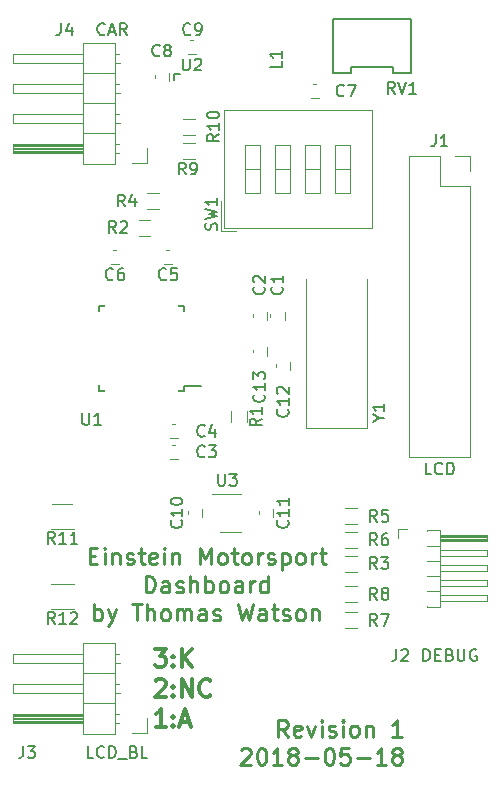
<source format=gto>
G04 #@! TF.FileFunction,Legend,Top*
%FSLAX46Y46*%
G04 Gerber Fmt 4.6, Leading zero omitted, Abs format (unit mm)*
G04 Created by KiCad (PCBNEW 4.0.7) date Saturday, May 19, 2018 'PMt' 08:52:02 PM*
%MOMM*%
%LPD*%
G01*
G04 APERTURE LIST*
%ADD10C,0.100000*%
%ADD11C,0.300000*%
%ADD12C,0.280000*%
%ADD13C,0.150000*%
%ADD14C,0.120000*%
%ADD15O,12.400000X7.900000*%
%ADD16R,1.700000X0.650000*%
%ADD17R,0.650000X1.700000*%
%ADD18R,2.100000X2.100000*%
%ADD19O,2.100000X2.100000*%
%ADD20R,1.150000X1.200000*%
%ADD21R,1.200000X1.150000*%
%ADD22R,1.300000X0.900000*%
%ADD23R,0.900000X1.300000*%
%ADD24R,1.460000X1.050000*%
%ADD25R,2.400000X4.900000*%
%ADD26R,1.300000X2.100000*%
%ADD27C,1.400000*%
%ADD28R,1.400000X1.290000*%
%ADD29R,2.400000X0.730000*%
%ADD30R,0.640000X0.390000*%
%ADD31R,0.980000X2.540000*%
%ADD32C,0.480000*%
%ADD33R,1.400000X1.400000*%
%ADD34O,1.400000X1.400000*%
%ADD35R,2.000000X2.000000*%
%ADD36O,2.000000X2.000000*%
G04 APERTURE END LIST*
D10*
D11*
X235614286Y-108428571D02*
X236542857Y-108428571D01*
X236042857Y-109000000D01*
X236257143Y-109000000D01*
X236400000Y-109071429D01*
X236471429Y-109142857D01*
X236542857Y-109285714D01*
X236542857Y-109642857D01*
X236471429Y-109785714D01*
X236400000Y-109857143D01*
X236257143Y-109928571D01*
X235828571Y-109928571D01*
X235685714Y-109857143D01*
X235614286Y-109785714D01*
X237185714Y-109785714D02*
X237257142Y-109857143D01*
X237185714Y-109928571D01*
X237114285Y-109857143D01*
X237185714Y-109785714D01*
X237185714Y-109928571D01*
X237185714Y-109000000D02*
X237257142Y-109071429D01*
X237185714Y-109142857D01*
X237114285Y-109071429D01*
X237185714Y-109000000D01*
X237185714Y-109142857D01*
X237900000Y-109928571D02*
X237900000Y-108428571D01*
X238757143Y-109928571D02*
X238114286Y-109071429D01*
X238757143Y-108428571D02*
X237900000Y-109285714D01*
X235685714Y-111121429D02*
X235757143Y-111050000D01*
X235900000Y-110978571D01*
X236257143Y-110978571D01*
X236400000Y-111050000D01*
X236471429Y-111121429D01*
X236542857Y-111264286D01*
X236542857Y-111407143D01*
X236471429Y-111621429D01*
X235614286Y-112478571D01*
X236542857Y-112478571D01*
X237185714Y-112335714D02*
X237257142Y-112407143D01*
X237185714Y-112478571D01*
X237114285Y-112407143D01*
X237185714Y-112335714D01*
X237185714Y-112478571D01*
X237185714Y-111550000D02*
X237257142Y-111621429D01*
X237185714Y-111692857D01*
X237114285Y-111621429D01*
X237185714Y-111550000D01*
X237185714Y-111692857D01*
X237900000Y-112478571D02*
X237900000Y-110978571D01*
X238757143Y-112478571D01*
X238757143Y-110978571D01*
X240328572Y-112335714D02*
X240257143Y-112407143D01*
X240042857Y-112478571D01*
X239900000Y-112478571D01*
X239685715Y-112407143D01*
X239542857Y-112264286D01*
X239471429Y-112121429D01*
X239400000Y-111835714D01*
X239400000Y-111621429D01*
X239471429Y-111335714D01*
X239542857Y-111192857D01*
X239685715Y-111050000D01*
X239900000Y-110978571D01*
X240042857Y-110978571D01*
X240257143Y-111050000D01*
X240328572Y-111121429D01*
X236542857Y-115028571D02*
X235685714Y-115028571D01*
X236114286Y-115028571D02*
X236114286Y-113528571D01*
X235971429Y-113742857D01*
X235828571Y-113885714D01*
X235685714Y-113957143D01*
X237185714Y-114885714D02*
X237257142Y-114957143D01*
X237185714Y-115028571D01*
X237114285Y-114957143D01*
X237185714Y-114885714D01*
X237185714Y-115028571D01*
X237185714Y-114100000D02*
X237257142Y-114171429D01*
X237185714Y-114242857D01*
X237114285Y-114171429D01*
X237185714Y-114100000D01*
X237185714Y-114242857D01*
X237828571Y-114600000D02*
X238542857Y-114600000D01*
X237685714Y-115028571D02*
X238185714Y-113528571D01*
X238685714Y-115028571D01*
D12*
X246866665Y-115843333D02*
X246399999Y-115176667D01*
X246066665Y-115843333D02*
X246066665Y-114443333D01*
X246599999Y-114443333D01*
X246733332Y-114510000D01*
X246799999Y-114576667D01*
X246866665Y-114710000D01*
X246866665Y-114910000D01*
X246799999Y-115043333D01*
X246733332Y-115110000D01*
X246599999Y-115176667D01*
X246066665Y-115176667D01*
X247999999Y-115776667D02*
X247866665Y-115843333D01*
X247599999Y-115843333D01*
X247466665Y-115776667D01*
X247399999Y-115643333D01*
X247399999Y-115110000D01*
X247466665Y-114976667D01*
X247599999Y-114910000D01*
X247866665Y-114910000D01*
X247999999Y-114976667D01*
X248066665Y-115110000D01*
X248066665Y-115243333D01*
X247399999Y-115376667D01*
X248533332Y-114910000D02*
X248866665Y-115843333D01*
X249199999Y-114910000D01*
X249733332Y-115843333D02*
X249733332Y-114910000D01*
X249733332Y-114443333D02*
X249666666Y-114510000D01*
X249733332Y-114576667D01*
X249799999Y-114510000D01*
X249733332Y-114443333D01*
X249733332Y-114576667D01*
X250333333Y-115776667D02*
X250466666Y-115843333D01*
X250733333Y-115843333D01*
X250866666Y-115776667D01*
X250933333Y-115643333D01*
X250933333Y-115576667D01*
X250866666Y-115443333D01*
X250733333Y-115376667D01*
X250533333Y-115376667D01*
X250399999Y-115310000D01*
X250333333Y-115176667D01*
X250333333Y-115110000D01*
X250399999Y-114976667D01*
X250533333Y-114910000D01*
X250733333Y-114910000D01*
X250866666Y-114976667D01*
X251533332Y-115843333D02*
X251533332Y-114910000D01*
X251533332Y-114443333D02*
X251466666Y-114510000D01*
X251533332Y-114576667D01*
X251599999Y-114510000D01*
X251533332Y-114443333D01*
X251533332Y-114576667D01*
X252399999Y-115843333D02*
X252266666Y-115776667D01*
X252199999Y-115710000D01*
X252133333Y-115576667D01*
X252133333Y-115176667D01*
X252199999Y-115043333D01*
X252266666Y-114976667D01*
X252399999Y-114910000D01*
X252599999Y-114910000D01*
X252733333Y-114976667D01*
X252799999Y-115043333D01*
X252866666Y-115176667D01*
X252866666Y-115576667D01*
X252799999Y-115710000D01*
X252733333Y-115776667D01*
X252599999Y-115843333D01*
X252399999Y-115843333D01*
X253466666Y-114910000D02*
X253466666Y-115843333D01*
X253466666Y-115043333D02*
X253533333Y-114976667D01*
X253666666Y-114910000D01*
X253866666Y-114910000D01*
X254000000Y-114976667D01*
X254066666Y-115110000D01*
X254066666Y-115843333D01*
X256533334Y-115843333D02*
X255733334Y-115843333D01*
X256133334Y-115843333D02*
X256133334Y-114443333D01*
X256000000Y-114643333D01*
X255866667Y-114776667D01*
X255733334Y-114843333D01*
X242933337Y-116956667D02*
X243000003Y-116890000D01*
X243133337Y-116823333D01*
X243466670Y-116823333D01*
X243600003Y-116890000D01*
X243666670Y-116956667D01*
X243733337Y-117090000D01*
X243733337Y-117223333D01*
X243666670Y-117423333D01*
X242866670Y-118223333D01*
X243733337Y-118223333D01*
X244600003Y-116823333D02*
X244733336Y-116823333D01*
X244866670Y-116890000D01*
X244933336Y-116956667D01*
X245000003Y-117090000D01*
X245066670Y-117356667D01*
X245066670Y-117690000D01*
X245000003Y-117956667D01*
X244933336Y-118090000D01*
X244866670Y-118156667D01*
X244733336Y-118223333D01*
X244600003Y-118223333D01*
X244466670Y-118156667D01*
X244400003Y-118090000D01*
X244333336Y-117956667D01*
X244266670Y-117690000D01*
X244266670Y-117356667D01*
X244333336Y-117090000D01*
X244400003Y-116956667D01*
X244466670Y-116890000D01*
X244600003Y-116823333D01*
X246400003Y-118223333D02*
X245600003Y-118223333D01*
X246000003Y-118223333D02*
X246000003Y-116823333D01*
X245866669Y-117023333D01*
X245733336Y-117156667D01*
X245600003Y-117223333D01*
X247200002Y-117423333D02*
X247066669Y-117356667D01*
X247000002Y-117290000D01*
X246933336Y-117156667D01*
X246933336Y-117090000D01*
X247000002Y-116956667D01*
X247066669Y-116890000D01*
X247200002Y-116823333D01*
X247466669Y-116823333D01*
X247600002Y-116890000D01*
X247666669Y-116956667D01*
X247733336Y-117090000D01*
X247733336Y-117156667D01*
X247666669Y-117290000D01*
X247600002Y-117356667D01*
X247466669Y-117423333D01*
X247200002Y-117423333D01*
X247066669Y-117490000D01*
X247000002Y-117556667D01*
X246933336Y-117690000D01*
X246933336Y-117956667D01*
X247000002Y-118090000D01*
X247066669Y-118156667D01*
X247200002Y-118223333D01*
X247466669Y-118223333D01*
X247600002Y-118156667D01*
X247666669Y-118090000D01*
X247733336Y-117956667D01*
X247733336Y-117690000D01*
X247666669Y-117556667D01*
X247600002Y-117490000D01*
X247466669Y-117423333D01*
X248333335Y-117690000D02*
X249400002Y-117690000D01*
X250333335Y-116823333D02*
X250466668Y-116823333D01*
X250600002Y-116890000D01*
X250666668Y-116956667D01*
X250733335Y-117090000D01*
X250800002Y-117356667D01*
X250800002Y-117690000D01*
X250733335Y-117956667D01*
X250666668Y-118090000D01*
X250600002Y-118156667D01*
X250466668Y-118223333D01*
X250333335Y-118223333D01*
X250200002Y-118156667D01*
X250133335Y-118090000D01*
X250066668Y-117956667D01*
X250000002Y-117690000D01*
X250000002Y-117356667D01*
X250066668Y-117090000D01*
X250133335Y-116956667D01*
X250200002Y-116890000D01*
X250333335Y-116823333D01*
X252066668Y-116823333D02*
X251400001Y-116823333D01*
X251333335Y-117490000D01*
X251400001Y-117423333D01*
X251533335Y-117356667D01*
X251866668Y-117356667D01*
X252000001Y-117423333D01*
X252066668Y-117490000D01*
X252133335Y-117623333D01*
X252133335Y-117956667D01*
X252066668Y-118090000D01*
X252000001Y-118156667D01*
X251866668Y-118223333D01*
X251533335Y-118223333D01*
X251400001Y-118156667D01*
X251333335Y-118090000D01*
X252733334Y-117690000D02*
X253800001Y-117690000D01*
X255200001Y-118223333D02*
X254400001Y-118223333D01*
X254800001Y-118223333D02*
X254800001Y-116823333D01*
X254666667Y-117023333D01*
X254533334Y-117156667D01*
X254400001Y-117223333D01*
X256000000Y-117423333D02*
X255866667Y-117356667D01*
X255800000Y-117290000D01*
X255733334Y-117156667D01*
X255733334Y-117090000D01*
X255800000Y-116956667D01*
X255866667Y-116890000D01*
X256000000Y-116823333D01*
X256266667Y-116823333D01*
X256400000Y-116890000D01*
X256466667Y-116956667D01*
X256533334Y-117090000D01*
X256533334Y-117156667D01*
X256466667Y-117290000D01*
X256400000Y-117356667D01*
X256266667Y-117423333D01*
X256000000Y-117423333D01*
X255866667Y-117490000D01*
X255800000Y-117556667D01*
X255733334Y-117690000D01*
X255733334Y-117956667D01*
X255800000Y-118090000D01*
X255866667Y-118156667D01*
X256000000Y-118223333D01*
X256266667Y-118223333D01*
X256400000Y-118156667D01*
X256466667Y-118090000D01*
X256533334Y-117956667D01*
X256533334Y-117690000D01*
X256466667Y-117556667D01*
X256400000Y-117490000D01*
X256266667Y-117423333D01*
X230099998Y-100520000D02*
X230566665Y-100520000D01*
X230766665Y-101253333D02*
X230099998Y-101253333D01*
X230099998Y-99853333D01*
X230766665Y-99853333D01*
X231366665Y-101253333D02*
X231366665Y-100320000D01*
X231366665Y-99853333D02*
X231299999Y-99920000D01*
X231366665Y-99986667D01*
X231433332Y-99920000D01*
X231366665Y-99853333D01*
X231366665Y-99986667D01*
X232033332Y-100320000D02*
X232033332Y-101253333D01*
X232033332Y-100453333D02*
X232099999Y-100386667D01*
X232233332Y-100320000D01*
X232433332Y-100320000D01*
X232566666Y-100386667D01*
X232633332Y-100520000D01*
X232633332Y-101253333D01*
X233233333Y-101186667D02*
X233366666Y-101253333D01*
X233633333Y-101253333D01*
X233766666Y-101186667D01*
X233833333Y-101053333D01*
X233833333Y-100986667D01*
X233766666Y-100853333D01*
X233633333Y-100786667D01*
X233433333Y-100786667D01*
X233299999Y-100720000D01*
X233233333Y-100586667D01*
X233233333Y-100520000D01*
X233299999Y-100386667D01*
X233433333Y-100320000D01*
X233633333Y-100320000D01*
X233766666Y-100386667D01*
X234233332Y-100320000D02*
X234766666Y-100320000D01*
X234433332Y-99853333D02*
X234433332Y-101053333D01*
X234499999Y-101186667D01*
X234633332Y-101253333D01*
X234766666Y-101253333D01*
X235766666Y-101186667D02*
X235633332Y-101253333D01*
X235366666Y-101253333D01*
X235233332Y-101186667D01*
X235166666Y-101053333D01*
X235166666Y-100520000D01*
X235233332Y-100386667D01*
X235366666Y-100320000D01*
X235633332Y-100320000D01*
X235766666Y-100386667D01*
X235833332Y-100520000D01*
X235833332Y-100653333D01*
X235166666Y-100786667D01*
X236433332Y-101253333D02*
X236433332Y-100320000D01*
X236433332Y-99853333D02*
X236366666Y-99920000D01*
X236433332Y-99986667D01*
X236499999Y-99920000D01*
X236433332Y-99853333D01*
X236433332Y-99986667D01*
X237099999Y-100320000D02*
X237099999Y-101253333D01*
X237099999Y-100453333D02*
X237166666Y-100386667D01*
X237299999Y-100320000D01*
X237499999Y-100320000D01*
X237633333Y-100386667D01*
X237699999Y-100520000D01*
X237699999Y-101253333D01*
X239433333Y-101253333D02*
X239433333Y-99853333D01*
X239900000Y-100853333D01*
X240366667Y-99853333D01*
X240366667Y-101253333D01*
X241233333Y-101253333D02*
X241100000Y-101186667D01*
X241033333Y-101120000D01*
X240966667Y-100986667D01*
X240966667Y-100586667D01*
X241033333Y-100453333D01*
X241100000Y-100386667D01*
X241233333Y-100320000D01*
X241433333Y-100320000D01*
X241566667Y-100386667D01*
X241633333Y-100453333D01*
X241700000Y-100586667D01*
X241700000Y-100986667D01*
X241633333Y-101120000D01*
X241566667Y-101186667D01*
X241433333Y-101253333D01*
X241233333Y-101253333D01*
X242100000Y-100320000D02*
X242633334Y-100320000D01*
X242300000Y-99853333D02*
X242300000Y-101053333D01*
X242366667Y-101186667D01*
X242500000Y-101253333D01*
X242633334Y-101253333D01*
X243300000Y-101253333D02*
X243166667Y-101186667D01*
X243100000Y-101120000D01*
X243033334Y-100986667D01*
X243033334Y-100586667D01*
X243100000Y-100453333D01*
X243166667Y-100386667D01*
X243300000Y-100320000D01*
X243500000Y-100320000D01*
X243633334Y-100386667D01*
X243700000Y-100453333D01*
X243766667Y-100586667D01*
X243766667Y-100986667D01*
X243700000Y-101120000D01*
X243633334Y-101186667D01*
X243500000Y-101253333D01*
X243300000Y-101253333D01*
X244366667Y-101253333D02*
X244366667Y-100320000D01*
X244366667Y-100586667D02*
X244433334Y-100453333D01*
X244500001Y-100386667D01*
X244633334Y-100320000D01*
X244766667Y-100320000D01*
X245166668Y-101186667D02*
X245300001Y-101253333D01*
X245566668Y-101253333D01*
X245700001Y-101186667D01*
X245766668Y-101053333D01*
X245766668Y-100986667D01*
X245700001Y-100853333D01*
X245566668Y-100786667D01*
X245366668Y-100786667D01*
X245233334Y-100720000D01*
X245166668Y-100586667D01*
X245166668Y-100520000D01*
X245233334Y-100386667D01*
X245366668Y-100320000D01*
X245566668Y-100320000D01*
X245700001Y-100386667D01*
X246366667Y-100320000D02*
X246366667Y-101720000D01*
X246366667Y-100386667D02*
X246500001Y-100320000D01*
X246766667Y-100320000D01*
X246900001Y-100386667D01*
X246966667Y-100453333D01*
X247033334Y-100586667D01*
X247033334Y-100986667D01*
X246966667Y-101120000D01*
X246900001Y-101186667D01*
X246766667Y-101253333D01*
X246500001Y-101253333D01*
X246366667Y-101186667D01*
X247833334Y-101253333D02*
X247700001Y-101186667D01*
X247633334Y-101120000D01*
X247566668Y-100986667D01*
X247566668Y-100586667D01*
X247633334Y-100453333D01*
X247700001Y-100386667D01*
X247833334Y-100320000D01*
X248033334Y-100320000D01*
X248166668Y-100386667D01*
X248233334Y-100453333D01*
X248300001Y-100586667D01*
X248300001Y-100986667D01*
X248233334Y-101120000D01*
X248166668Y-101186667D01*
X248033334Y-101253333D01*
X247833334Y-101253333D01*
X248900001Y-101253333D02*
X248900001Y-100320000D01*
X248900001Y-100586667D02*
X248966668Y-100453333D01*
X249033335Y-100386667D01*
X249166668Y-100320000D01*
X249300001Y-100320000D01*
X249566668Y-100320000D02*
X250100002Y-100320000D01*
X249766668Y-99853333D02*
X249766668Y-101053333D01*
X249833335Y-101186667D01*
X249966668Y-101253333D01*
X250100002Y-101253333D01*
X234833332Y-103633333D02*
X234833332Y-102233333D01*
X235166666Y-102233333D01*
X235366666Y-102300000D01*
X235499999Y-102433333D01*
X235566666Y-102566667D01*
X235633332Y-102833333D01*
X235633332Y-103033333D01*
X235566666Y-103300000D01*
X235499999Y-103433333D01*
X235366666Y-103566667D01*
X235166666Y-103633333D01*
X234833332Y-103633333D01*
X236833332Y-103633333D02*
X236833332Y-102900000D01*
X236766666Y-102766667D01*
X236633332Y-102700000D01*
X236366666Y-102700000D01*
X236233332Y-102766667D01*
X236833332Y-103566667D02*
X236699999Y-103633333D01*
X236366666Y-103633333D01*
X236233332Y-103566667D01*
X236166666Y-103433333D01*
X236166666Y-103300000D01*
X236233332Y-103166667D01*
X236366666Y-103100000D01*
X236699999Y-103100000D01*
X236833332Y-103033333D01*
X237433333Y-103566667D02*
X237566666Y-103633333D01*
X237833333Y-103633333D01*
X237966666Y-103566667D01*
X238033333Y-103433333D01*
X238033333Y-103366667D01*
X237966666Y-103233333D01*
X237833333Y-103166667D01*
X237633333Y-103166667D01*
X237499999Y-103100000D01*
X237433333Y-102966667D01*
X237433333Y-102900000D01*
X237499999Y-102766667D01*
X237633333Y-102700000D01*
X237833333Y-102700000D01*
X237966666Y-102766667D01*
X238633332Y-103633333D02*
X238633332Y-102233333D01*
X239233332Y-103633333D02*
X239233332Y-102900000D01*
X239166666Y-102766667D01*
X239033332Y-102700000D01*
X238833332Y-102700000D01*
X238699999Y-102766667D01*
X238633332Y-102833333D01*
X239899999Y-103633333D02*
X239899999Y-102233333D01*
X239899999Y-102766667D02*
X240033333Y-102700000D01*
X240299999Y-102700000D01*
X240433333Y-102766667D01*
X240499999Y-102833333D01*
X240566666Y-102966667D01*
X240566666Y-103366667D01*
X240499999Y-103500000D01*
X240433333Y-103566667D01*
X240299999Y-103633333D01*
X240033333Y-103633333D01*
X239899999Y-103566667D01*
X241366666Y-103633333D02*
X241233333Y-103566667D01*
X241166666Y-103500000D01*
X241100000Y-103366667D01*
X241100000Y-102966667D01*
X241166666Y-102833333D01*
X241233333Y-102766667D01*
X241366666Y-102700000D01*
X241566666Y-102700000D01*
X241700000Y-102766667D01*
X241766666Y-102833333D01*
X241833333Y-102966667D01*
X241833333Y-103366667D01*
X241766666Y-103500000D01*
X241700000Y-103566667D01*
X241566666Y-103633333D01*
X241366666Y-103633333D01*
X243033333Y-103633333D02*
X243033333Y-102900000D01*
X242966667Y-102766667D01*
X242833333Y-102700000D01*
X242566667Y-102700000D01*
X242433333Y-102766667D01*
X243033333Y-103566667D02*
X242900000Y-103633333D01*
X242566667Y-103633333D01*
X242433333Y-103566667D01*
X242366667Y-103433333D01*
X242366667Y-103300000D01*
X242433333Y-103166667D01*
X242566667Y-103100000D01*
X242900000Y-103100000D01*
X243033333Y-103033333D01*
X243700000Y-103633333D02*
X243700000Y-102700000D01*
X243700000Y-102966667D02*
X243766667Y-102833333D01*
X243833334Y-102766667D01*
X243966667Y-102700000D01*
X244100000Y-102700000D01*
X245166667Y-103633333D02*
X245166667Y-102233333D01*
X245166667Y-103566667D02*
X245033334Y-103633333D01*
X244766667Y-103633333D01*
X244633334Y-103566667D01*
X244566667Y-103500000D01*
X244500001Y-103366667D01*
X244500001Y-102966667D01*
X244566667Y-102833333D01*
X244633334Y-102766667D01*
X244766667Y-102700000D01*
X245033334Y-102700000D01*
X245166667Y-102766667D01*
X230499998Y-106013333D02*
X230499998Y-104613333D01*
X230499998Y-105146667D02*
X230633332Y-105080000D01*
X230899998Y-105080000D01*
X231033332Y-105146667D01*
X231099998Y-105213333D01*
X231166665Y-105346667D01*
X231166665Y-105746667D01*
X231099998Y-105880000D01*
X231033332Y-105946667D01*
X230899998Y-106013333D01*
X230633332Y-106013333D01*
X230499998Y-105946667D01*
X231633332Y-105080000D02*
X231966665Y-106013333D01*
X232299999Y-105080000D02*
X231966665Y-106013333D01*
X231833332Y-106346667D01*
X231766665Y-106413333D01*
X231633332Y-106480000D01*
X233699999Y-104613333D02*
X234499999Y-104613333D01*
X234099999Y-106013333D02*
X234099999Y-104613333D01*
X234966666Y-106013333D02*
X234966666Y-104613333D01*
X235566666Y-106013333D02*
X235566666Y-105280000D01*
X235500000Y-105146667D01*
X235366666Y-105080000D01*
X235166666Y-105080000D01*
X235033333Y-105146667D01*
X234966666Y-105213333D01*
X236433333Y-106013333D02*
X236300000Y-105946667D01*
X236233333Y-105880000D01*
X236166667Y-105746667D01*
X236166667Y-105346667D01*
X236233333Y-105213333D01*
X236300000Y-105146667D01*
X236433333Y-105080000D01*
X236633333Y-105080000D01*
X236766667Y-105146667D01*
X236833333Y-105213333D01*
X236900000Y-105346667D01*
X236900000Y-105746667D01*
X236833333Y-105880000D01*
X236766667Y-105946667D01*
X236633333Y-106013333D01*
X236433333Y-106013333D01*
X237500000Y-106013333D02*
X237500000Y-105080000D01*
X237500000Y-105213333D02*
X237566667Y-105146667D01*
X237700000Y-105080000D01*
X237900000Y-105080000D01*
X238033334Y-105146667D01*
X238100000Y-105280000D01*
X238100000Y-106013333D01*
X238100000Y-105280000D02*
X238166667Y-105146667D01*
X238300000Y-105080000D01*
X238500000Y-105080000D01*
X238633334Y-105146667D01*
X238700000Y-105280000D01*
X238700000Y-106013333D01*
X239966667Y-106013333D02*
X239966667Y-105280000D01*
X239900001Y-105146667D01*
X239766667Y-105080000D01*
X239500001Y-105080000D01*
X239366667Y-105146667D01*
X239966667Y-105946667D02*
X239833334Y-106013333D01*
X239500001Y-106013333D01*
X239366667Y-105946667D01*
X239300001Y-105813333D01*
X239300001Y-105680000D01*
X239366667Y-105546667D01*
X239500001Y-105480000D01*
X239833334Y-105480000D01*
X239966667Y-105413333D01*
X240566668Y-105946667D02*
X240700001Y-106013333D01*
X240966668Y-106013333D01*
X241100001Y-105946667D01*
X241166668Y-105813333D01*
X241166668Y-105746667D01*
X241100001Y-105613333D01*
X240966668Y-105546667D01*
X240766668Y-105546667D01*
X240633334Y-105480000D01*
X240566668Y-105346667D01*
X240566668Y-105280000D01*
X240633334Y-105146667D01*
X240766668Y-105080000D01*
X240966668Y-105080000D01*
X241100001Y-105146667D01*
X242700001Y-104613333D02*
X243033334Y-106013333D01*
X243300001Y-105013333D01*
X243566668Y-106013333D01*
X243900001Y-104613333D01*
X245033334Y-106013333D02*
X245033334Y-105280000D01*
X244966668Y-105146667D01*
X244833334Y-105080000D01*
X244566668Y-105080000D01*
X244433334Y-105146667D01*
X245033334Y-105946667D02*
X244900001Y-106013333D01*
X244566668Y-106013333D01*
X244433334Y-105946667D01*
X244366668Y-105813333D01*
X244366668Y-105680000D01*
X244433334Y-105546667D01*
X244566668Y-105480000D01*
X244900001Y-105480000D01*
X245033334Y-105413333D01*
X245500001Y-105080000D02*
X246033335Y-105080000D01*
X245700001Y-104613333D02*
X245700001Y-105813333D01*
X245766668Y-105946667D01*
X245900001Y-106013333D01*
X246033335Y-106013333D01*
X246433335Y-105946667D02*
X246566668Y-106013333D01*
X246833335Y-106013333D01*
X246966668Y-105946667D01*
X247033335Y-105813333D01*
X247033335Y-105746667D01*
X246966668Y-105613333D01*
X246833335Y-105546667D01*
X246633335Y-105546667D01*
X246500001Y-105480000D01*
X246433335Y-105346667D01*
X246433335Y-105280000D01*
X246500001Y-105146667D01*
X246633335Y-105080000D01*
X246833335Y-105080000D01*
X246966668Y-105146667D01*
X247833334Y-106013333D02*
X247700001Y-105946667D01*
X247633334Y-105880000D01*
X247566668Y-105746667D01*
X247566668Y-105346667D01*
X247633334Y-105213333D01*
X247700001Y-105146667D01*
X247833334Y-105080000D01*
X248033334Y-105080000D01*
X248166668Y-105146667D01*
X248233334Y-105213333D01*
X248300001Y-105346667D01*
X248300001Y-105746667D01*
X248233334Y-105880000D01*
X248166668Y-105946667D01*
X248033334Y-106013333D01*
X247833334Y-106013333D01*
X248900001Y-105080000D02*
X248900001Y-106013333D01*
X248900001Y-105213333D02*
X248966668Y-105146667D01*
X249100001Y-105080000D01*
X249300001Y-105080000D01*
X249433335Y-105146667D01*
X249500001Y-105280000D01*
X249500001Y-106013333D01*
D13*
X238125000Y-86625000D02*
X238125000Y-86175000D01*
X230875000Y-86625000D02*
X230875000Y-86100000D01*
X230875000Y-79375000D02*
X230875000Y-79900000D01*
X238125000Y-79375000D02*
X238125000Y-79900000D01*
X238125000Y-86625000D02*
X237600000Y-86625000D01*
X238125000Y-79375000D02*
X237600000Y-79375000D01*
X230875000Y-79375000D02*
X231400000Y-79375000D01*
X230875000Y-86625000D02*
X231400000Y-86625000D01*
X238125000Y-86175000D02*
X239500000Y-86175000D01*
D14*
X262330000Y-69270000D02*
X262330000Y-92190000D01*
X262330000Y-92190000D02*
X257130000Y-92190000D01*
X257130000Y-92190000D02*
X257130000Y-66670000D01*
X257130000Y-66670000D02*
X259730000Y-66670000D01*
X259730000Y-66670000D02*
X259730000Y-69270000D01*
X259730000Y-69270000D02*
X262330000Y-69270000D01*
X262330000Y-68000000D02*
X262330000Y-66670000D01*
X262330000Y-66670000D02*
X261060000Y-66670000D01*
X246600000Y-79900000D02*
X246600000Y-80600000D01*
X245400000Y-80600000D02*
X245400000Y-79900000D01*
X245100000Y-79900000D02*
X245100000Y-80600000D01*
X243900000Y-80600000D02*
X243900000Y-79900000D01*
X237600000Y-92350000D02*
X236900000Y-92350000D01*
X236900000Y-91150000D02*
X237600000Y-91150000D01*
X237600000Y-90600000D02*
X236900000Y-90600000D01*
X236900000Y-89400000D02*
X237600000Y-89400000D01*
X237100000Y-75850000D02*
X236400000Y-75850000D01*
X236400000Y-74650000D02*
X237100000Y-74650000D01*
X231900000Y-74650000D02*
X232600000Y-74650000D01*
X232600000Y-75850000D02*
X231900000Y-75850000D01*
X249550000Y-61800000D02*
X248850000Y-61800000D01*
X248850000Y-60600000D02*
X249550000Y-60600000D01*
X236800000Y-59650000D02*
X236800000Y-60350000D01*
X235600000Y-60350000D02*
X235600000Y-59650000D01*
X238400000Y-56850000D02*
X239100000Y-56850000D01*
X239100000Y-58050000D02*
X238400000Y-58050000D01*
X238400000Y-97250000D02*
X238400000Y-96550000D01*
X239600000Y-96550000D02*
X239600000Y-97250000D01*
X244400000Y-97250000D02*
X244400000Y-96550000D01*
X245600000Y-96550000D02*
X245600000Y-97250000D01*
X247100000Y-84150000D02*
X247100000Y-84850000D01*
X245900000Y-84850000D02*
X245900000Y-84150000D01*
X245100000Y-82900000D02*
X245100000Y-83600000D01*
X243900000Y-83600000D02*
X243900000Y-82900000D01*
X242070000Y-89250000D02*
X242070000Y-88250000D01*
X243430000Y-88250000D02*
X243430000Y-89250000D01*
X234250000Y-72070000D02*
X235250000Y-72070000D01*
X235250000Y-73430000D02*
X234250000Y-73430000D01*
X252700000Y-101880000D02*
X251700000Y-101880000D01*
X251700000Y-100520000D02*
X252700000Y-100520000D01*
X235000000Y-69820000D02*
X236000000Y-69820000D01*
X236000000Y-71180000D02*
X235000000Y-71180000D01*
X251700000Y-96520000D02*
X252700000Y-96520000D01*
X252700000Y-97880000D02*
X251700000Y-97880000D01*
X252700000Y-99880000D02*
X251700000Y-99880000D01*
X251700000Y-98520000D02*
X252700000Y-98520000D01*
X252700000Y-106680000D02*
X251700000Y-106680000D01*
X251700000Y-105320000D02*
X252700000Y-105320000D01*
X252700000Y-104480000D02*
X251700000Y-104480000D01*
X251700000Y-103120000D02*
X252700000Y-103120000D01*
X238000000Y-65570000D02*
X239000000Y-65570000D01*
X239000000Y-66930000D02*
X238000000Y-66930000D01*
X239000000Y-64930000D02*
X238000000Y-64930000D01*
X238000000Y-63570000D02*
X239000000Y-63570000D01*
X241100000Y-98510000D02*
X242900000Y-98510000D01*
X242900000Y-95290000D02*
X240450000Y-95290000D01*
X248450000Y-77100000D02*
X248450000Y-89700000D01*
X248450000Y-89700000D02*
X253550000Y-89700000D01*
X253550000Y-89700000D02*
X253550000Y-77100000D01*
X226800000Y-96130000D02*
X228800000Y-96130000D01*
X228800000Y-98270000D02*
X226800000Y-98270000D01*
X232240000Y-115630000D02*
X232240000Y-107890000D01*
X232240000Y-107890000D02*
X229580000Y-107890000D01*
X229580000Y-107890000D02*
X229580000Y-115630000D01*
X229580000Y-115630000D02*
X232240000Y-115630000D01*
X229580000Y-114680000D02*
X223580000Y-114680000D01*
X223580000Y-114680000D02*
X223580000Y-113920000D01*
X223580000Y-113920000D02*
X229580000Y-113920000D01*
X229580000Y-114620000D02*
X223580000Y-114620000D01*
X229580000Y-114500000D02*
X223580000Y-114500000D01*
X229580000Y-114380000D02*
X223580000Y-114380000D01*
X229580000Y-114260000D02*
X223580000Y-114260000D01*
X229580000Y-114140000D02*
X223580000Y-114140000D01*
X229580000Y-114020000D02*
X223580000Y-114020000D01*
X232570000Y-114680000D02*
X232240000Y-114680000D01*
X232570000Y-113920000D02*
X232240000Y-113920000D01*
X232240000Y-113030000D02*
X229580000Y-113030000D01*
X229580000Y-112140000D02*
X223580000Y-112140000D01*
X223580000Y-112140000D02*
X223580000Y-111380000D01*
X223580000Y-111380000D02*
X229580000Y-111380000D01*
X232637071Y-112140000D02*
X232240000Y-112140000D01*
X232637071Y-111380000D02*
X232240000Y-111380000D01*
X232240000Y-110490000D02*
X229580000Y-110490000D01*
X229580000Y-109600000D02*
X223580000Y-109600000D01*
X223580000Y-109600000D02*
X223580000Y-108840000D01*
X223580000Y-108840000D02*
X229580000Y-108840000D01*
X232637071Y-109600000D02*
X232240000Y-109600000D01*
X232637071Y-108840000D02*
X232240000Y-108840000D01*
X234950000Y-114300000D02*
X234950000Y-115570000D01*
X234950000Y-115570000D02*
X233680000Y-115570000D01*
X226800000Y-102930000D02*
X228800000Y-102930000D01*
X228800000Y-105070000D02*
X226800000Y-105070000D01*
D13*
X250698000Y-55118000D02*
X250698000Y-58420000D01*
X257302000Y-55118000D02*
X250698000Y-55118000D01*
X257302000Y-59690000D02*
X257302000Y-55118000D01*
X255778000Y-59690000D02*
X257302000Y-59690000D01*
X255778000Y-59182000D02*
X255778000Y-59690000D01*
X252222000Y-59182000D02*
X255778000Y-59182000D01*
X252222000Y-59690000D02*
X252222000Y-59182000D01*
X250698000Y-59690000D02*
X252222000Y-59690000D01*
X250698000Y-58420000D02*
X250698000Y-59690000D01*
X237250000Y-59750000D02*
X237750000Y-59750000D01*
X237250000Y-60250000D02*
X237250000Y-59750000D01*
D14*
X258640000Y-98440323D02*
X258640000Y-98365000D01*
X258640000Y-98365000D02*
X259760000Y-98365000D01*
X259760000Y-98365000D02*
X259760000Y-104835000D01*
X259760000Y-104835000D02*
X258640000Y-104835000D01*
X258640000Y-104835000D02*
X258640000Y-104759677D01*
X259760000Y-98800000D02*
X263760000Y-98800000D01*
X263760000Y-98800000D02*
X263760000Y-99320000D01*
X263760000Y-99320000D02*
X259760000Y-99320000D01*
X259760000Y-98860000D02*
X263760000Y-98860000D01*
X259760000Y-98980000D02*
X263760000Y-98980000D01*
X259760000Y-99100000D02*
X263760000Y-99100000D01*
X259760000Y-99220000D02*
X263760000Y-99220000D01*
X258640000Y-99695000D02*
X259760000Y-99695000D01*
X258640000Y-99679677D02*
X258640000Y-99710323D01*
X259760000Y-100070000D02*
X263760000Y-100070000D01*
X263760000Y-100070000D02*
X263760000Y-100590000D01*
X263760000Y-100590000D02*
X259760000Y-100590000D01*
X258640000Y-100965000D02*
X259760000Y-100965000D01*
X258640000Y-100949677D02*
X258640000Y-100980323D01*
X259760000Y-101340000D02*
X263760000Y-101340000D01*
X263760000Y-101340000D02*
X263760000Y-101860000D01*
X263760000Y-101860000D02*
X259760000Y-101860000D01*
X258640000Y-102235000D02*
X259760000Y-102235000D01*
X258640000Y-102219677D02*
X258640000Y-102250323D01*
X259760000Y-102610000D02*
X263760000Y-102610000D01*
X263760000Y-102610000D02*
X263760000Y-103130000D01*
X263760000Y-103130000D02*
X259760000Y-103130000D01*
X258640000Y-103505000D02*
X259760000Y-103505000D01*
X258640000Y-103489677D02*
X258640000Y-103520323D01*
X259760000Y-103880000D02*
X263760000Y-103880000D01*
X263760000Y-103880000D02*
X263760000Y-104400000D01*
X263760000Y-104400000D02*
X259760000Y-104400000D01*
X256170000Y-99060000D02*
X256170000Y-98300000D01*
X256170000Y-98300000D02*
X256930000Y-98300000D01*
X232240000Y-67370000D02*
X232240000Y-57090000D01*
X232240000Y-57090000D02*
X229580000Y-57090000D01*
X229580000Y-57090000D02*
X229580000Y-67370000D01*
X229580000Y-67370000D02*
X232240000Y-67370000D01*
X229580000Y-66420000D02*
X223580000Y-66420000D01*
X223580000Y-66420000D02*
X223580000Y-65660000D01*
X223580000Y-65660000D02*
X229580000Y-65660000D01*
X229580000Y-66360000D02*
X223580000Y-66360000D01*
X229580000Y-66240000D02*
X223580000Y-66240000D01*
X229580000Y-66120000D02*
X223580000Y-66120000D01*
X229580000Y-66000000D02*
X223580000Y-66000000D01*
X229580000Y-65880000D02*
X223580000Y-65880000D01*
X229580000Y-65760000D02*
X223580000Y-65760000D01*
X232570000Y-66420000D02*
X232240000Y-66420000D01*
X232570000Y-65660000D02*
X232240000Y-65660000D01*
X232240000Y-64770000D02*
X229580000Y-64770000D01*
X229580000Y-63880000D02*
X223580000Y-63880000D01*
X223580000Y-63880000D02*
X223580000Y-63120000D01*
X223580000Y-63120000D02*
X229580000Y-63120000D01*
X232637071Y-63880000D02*
X232240000Y-63880000D01*
X232637071Y-63120000D02*
X232240000Y-63120000D01*
X232240000Y-62230000D02*
X229580000Y-62230000D01*
X229580000Y-61340000D02*
X223580000Y-61340000D01*
X223580000Y-61340000D02*
X223580000Y-60580000D01*
X223580000Y-60580000D02*
X229580000Y-60580000D01*
X232637071Y-61340000D02*
X232240000Y-61340000D01*
X232637071Y-60580000D02*
X232240000Y-60580000D01*
X232240000Y-59690000D02*
X229580000Y-59690000D01*
X229580000Y-58800000D02*
X223580000Y-58800000D01*
X223580000Y-58800000D02*
X223580000Y-58040000D01*
X223580000Y-58040000D02*
X229580000Y-58040000D01*
X232637071Y-58800000D02*
X232240000Y-58800000D01*
X232637071Y-58040000D02*
X232240000Y-58040000D01*
X234950000Y-66040000D02*
X234950000Y-67310000D01*
X234950000Y-67310000D02*
X233680000Y-67310000D01*
X241240000Y-73020000D02*
X242510000Y-73020000D01*
X241240000Y-73020000D02*
X241240000Y-70480000D01*
X241440000Y-72820000D02*
X241440000Y-62800000D01*
X241440000Y-62800000D02*
X254020000Y-62800000D01*
X254020000Y-62800000D02*
X254020000Y-72820000D01*
X254020000Y-72820000D02*
X241440000Y-72820000D01*
X243285000Y-69840000D02*
X244555000Y-69840000D01*
X244555000Y-69840000D02*
X244555000Y-65780000D01*
X244555000Y-65780000D02*
X243285000Y-65780000D01*
X243285000Y-65780000D02*
X243285000Y-69840000D01*
X243285000Y-67810000D02*
X244555000Y-67810000D01*
X245825000Y-69840000D02*
X247095000Y-69840000D01*
X247095000Y-69840000D02*
X247095000Y-65780000D01*
X247095000Y-65780000D02*
X245825000Y-65780000D01*
X245825000Y-65780000D02*
X245825000Y-69840000D01*
X245825000Y-67810000D02*
X247095000Y-67810000D01*
X248365000Y-69840000D02*
X249635000Y-69840000D01*
X249635000Y-69840000D02*
X249635000Y-65780000D01*
X249635000Y-65780000D02*
X248365000Y-65780000D01*
X248365000Y-65780000D02*
X248365000Y-69840000D01*
X248365000Y-67810000D02*
X249635000Y-67810000D01*
X250905000Y-69840000D02*
X252175000Y-69840000D01*
X252175000Y-69840000D02*
X252175000Y-65780000D01*
X252175000Y-65780000D02*
X250905000Y-65780000D01*
X250905000Y-65780000D02*
X250905000Y-69840000D01*
X250905000Y-67810000D02*
X252175000Y-67810000D01*
D13*
X229488095Y-88452381D02*
X229488095Y-89261905D01*
X229535714Y-89357143D01*
X229583333Y-89404762D01*
X229678571Y-89452381D01*
X229869048Y-89452381D01*
X229964286Y-89404762D01*
X230011905Y-89357143D01*
X230059524Y-89261905D01*
X230059524Y-88452381D01*
X231059524Y-89452381D02*
X230488095Y-89452381D01*
X230773809Y-89452381D02*
X230773809Y-88452381D01*
X230678571Y-88595238D01*
X230583333Y-88690476D01*
X230488095Y-88738095D01*
X259396667Y-64852381D02*
X259396667Y-65566667D01*
X259349047Y-65709524D01*
X259253809Y-65804762D01*
X259110952Y-65852381D01*
X259015714Y-65852381D01*
X260396667Y-65852381D02*
X259825238Y-65852381D01*
X260110952Y-65852381D02*
X260110952Y-64852381D01*
X260015714Y-64995238D01*
X259920476Y-65090476D01*
X259825238Y-65138095D01*
X259039524Y-93642381D02*
X258563333Y-93642381D01*
X258563333Y-92642381D01*
X259944286Y-93547143D02*
X259896667Y-93594762D01*
X259753810Y-93642381D01*
X259658572Y-93642381D01*
X259515714Y-93594762D01*
X259420476Y-93499524D01*
X259372857Y-93404286D01*
X259325238Y-93213810D01*
X259325238Y-93070952D01*
X259372857Y-92880476D01*
X259420476Y-92785238D01*
X259515714Y-92690000D01*
X259658572Y-92642381D01*
X259753810Y-92642381D01*
X259896667Y-92690000D01*
X259944286Y-92737619D01*
X260372857Y-93642381D02*
X260372857Y-92642381D01*
X260610952Y-92642381D01*
X260753810Y-92690000D01*
X260849048Y-92785238D01*
X260896667Y-92880476D01*
X260944286Y-93070952D01*
X260944286Y-93213810D01*
X260896667Y-93404286D01*
X260849048Y-93499524D01*
X260753810Y-93594762D01*
X260610952Y-93642381D01*
X260372857Y-93642381D01*
X246357143Y-77766666D02*
X246404762Y-77814285D01*
X246452381Y-77957142D01*
X246452381Y-78052380D01*
X246404762Y-78195238D01*
X246309524Y-78290476D01*
X246214286Y-78338095D01*
X246023810Y-78385714D01*
X245880952Y-78385714D01*
X245690476Y-78338095D01*
X245595238Y-78290476D01*
X245500000Y-78195238D01*
X245452381Y-78052380D01*
X245452381Y-77957142D01*
X245500000Y-77814285D01*
X245547619Y-77766666D01*
X246452381Y-76814285D02*
X246452381Y-77385714D01*
X246452381Y-77100000D02*
X245452381Y-77100000D01*
X245595238Y-77195238D01*
X245690476Y-77290476D01*
X245738095Y-77385714D01*
X244857143Y-77766666D02*
X244904762Y-77814285D01*
X244952381Y-77957142D01*
X244952381Y-78052380D01*
X244904762Y-78195238D01*
X244809524Y-78290476D01*
X244714286Y-78338095D01*
X244523810Y-78385714D01*
X244380952Y-78385714D01*
X244190476Y-78338095D01*
X244095238Y-78290476D01*
X244000000Y-78195238D01*
X243952381Y-78052380D01*
X243952381Y-77957142D01*
X244000000Y-77814285D01*
X244047619Y-77766666D01*
X244047619Y-77385714D02*
X244000000Y-77338095D01*
X243952381Y-77242857D01*
X243952381Y-77004761D01*
X244000000Y-76909523D01*
X244047619Y-76861904D01*
X244142857Y-76814285D01*
X244238095Y-76814285D01*
X244380952Y-76861904D01*
X244952381Y-77433333D01*
X244952381Y-76814285D01*
X239833334Y-92107143D02*
X239785715Y-92154762D01*
X239642858Y-92202381D01*
X239547620Y-92202381D01*
X239404762Y-92154762D01*
X239309524Y-92059524D01*
X239261905Y-91964286D01*
X239214286Y-91773810D01*
X239214286Y-91630952D01*
X239261905Y-91440476D01*
X239309524Y-91345238D01*
X239404762Y-91250000D01*
X239547620Y-91202381D01*
X239642858Y-91202381D01*
X239785715Y-91250000D01*
X239833334Y-91297619D01*
X240166667Y-91202381D02*
X240785715Y-91202381D01*
X240452381Y-91583333D01*
X240595239Y-91583333D01*
X240690477Y-91630952D01*
X240738096Y-91678571D01*
X240785715Y-91773810D01*
X240785715Y-92011905D01*
X240738096Y-92107143D01*
X240690477Y-92154762D01*
X240595239Y-92202381D01*
X240309524Y-92202381D01*
X240214286Y-92154762D01*
X240166667Y-92107143D01*
X239833334Y-90357143D02*
X239785715Y-90404762D01*
X239642858Y-90452381D01*
X239547620Y-90452381D01*
X239404762Y-90404762D01*
X239309524Y-90309524D01*
X239261905Y-90214286D01*
X239214286Y-90023810D01*
X239214286Y-89880952D01*
X239261905Y-89690476D01*
X239309524Y-89595238D01*
X239404762Y-89500000D01*
X239547620Y-89452381D01*
X239642858Y-89452381D01*
X239785715Y-89500000D01*
X239833334Y-89547619D01*
X240690477Y-89785714D02*
X240690477Y-90452381D01*
X240452381Y-89404762D02*
X240214286Y-90119048D01*
X240833334Y-90119048D01*
X236583334Y-77107143D02*
X236535715Y-77154762D01*
X236392858Y-77202381D01*
X236297620Y-77202381D01*
X236154762Y-77154762D01*
X236059524Y-77059524D01*
X236011905Y-76964286D01*
X235964286Y-76773810D01*
X235964286Y-76630952D01*
X236011905Y-76440476D01*
X236059524Y-76345238D01*
X236154762Y-76250000D01*
X236297620Y-76202381D01*
X236392858Y-76202381D01*
X236535715Y-76250000D01*
X236583334Y-76297619D01*
X237488096Y-76202381D02*
X237011905Y-76202381D01*
X236964286Y-76678571D01*
X237011905Y-76630952D01*
X237107143Y-76583333D01*
X237345239Y-76583333D01*
X237440477Y-76630952D01*
X237488096Y-76678571D01*
X237535715Y-76773810D01*
X237535715Y-77011905D01*
X237488096Y-77107143D01*
X237440477Y-77154762D01*
X237345239Y-77202381D01*
X237107143Y-77202381D01*
X237011905Y-77154762D01*
X236964286Y-77107143D01*
X232083334Y-77107143D02*
X232035715Y-77154762D01*
X231892858Y-77202381D01*
X231797620Y-77202381D01*
X231654762Y-77154762D01*
X231559524Y-77059524D01*
X231511905Y-76964286D01*
X231464286Y-76773810D01*
X231464286Y-76630952D01*
X231511905Y-76440476D01*
X231559524Y-76345238D01*
X231654762Y-76250000D01*
X231797620Y-76202381D01*
X231892858Y-76202381D01*
X232035715Y-76250000D01*
X232083334Y-76297619D01*
X232940477Y-76202381D02*
X232750000Y-76202381D01*
X232654762Y-76250000D01*
X232607143Y-76297619D01*
X232511905Y-76440476D01*
X232464286Y-76630952D01*
X232464286Y-77011905D01*
X232511905Y-77107143D01*
X232559524Y-77154762D01*
X232654762Y-77202381D01*
X232845239Y-77202381D01*
X232940477Y-77154762D01*
X232988096Y-77107143D01*
X233035715Y-77011905D01*
X233035715Y-76773810D01*
X232988096Y-76678571D01*
X232940477Y-76630952D01*
X232845239Y-76583333D01*
X232654762Y-76583333D01*
X232559524Y-76630952D01*
X232511905Y-76678571D01*
X232464286Y-76773810D01*
X251633334Y-61557143D02*
X251585715Y-61604762D01*
X251442858Y-61652381D01*
X251347620Y-61652381D01*
X251204762Y-61604762D01*
X251109524Y-61509524D01*
X251061905Y-61414286D01*
X251014286Y-61223810D01*
X251014286Y-61080952D01*
X251061905Y-60890476D01*
X251109524Y-60795238D01*
X251204762Y-60700000D01*
X251347620Y-60652381D01*
X251442858Y-60652381D01*
X251585715Y-60700000D01*
X251633334Y-60747619D01*
X251966667Y-60652381D02*
X252633334Y-60652381D01*
X252204762Y-61652381D01*
X236033334Y-58157143D02*
X235985715Y-58204762D01*
X235842858Y-58252381D01*
X235747620Y-58252381D01*
X235604762Y-58204762D01*
X235509524Y-58109524D01*
X235461905Y-58014286D01*
X235414286Y-57823810D01*
X235414286Y-57680952D01*
X235461905Y-57490476D01*
X235509524Y-57395238D01*
X235604762Y-57300000D01*
X235747620Y-57252381D01*
X235842858Y-57252381D01*
X235985715Y-57300000D01*
X236033334Y-57347619D01*
X236604762Y-57680952D02*
X236509524Y-57633333D01*
X236461905Y-57585714D01*
X236414286Y-57490476D01*
X236414286Y-57442857D01*
X236461905Y-57347619D01*
X236509524Y-57300000D01*
X236604762Y-57252381D01*
X236795239Y-57252381D01*
X236890477Y-57300000D01*
X236938096Y-57347619D01*
X236985715Y-57442857D01*
X236985715Y-57490476D01*
X236938096Y-57585714D01*
X236890477Y-57633333D01*
X236795239Y-57680952D01*
X236604762Y-57680952D01*
X236509524Y-57728571D01*
X236461905Y-57776190D01*
X236414286Y-57871429D01*
X236414286Y-58061905D01*
X236461905Y-58157143D01*
X236509524Y-58204762D01*
X236604762Y-58252381D01*
X236795239Y-58252381D01*
X236890477Y-58204762D01*
X236938096Y-58157143D01*
X236985715Y-58061905D01*
X236985715Y-57871429D01*
X236938096Y-57776190D01*
X236890477Y-57728571D01*
X236795239Y-57680952D01*
X238633334Y-56357143D02*
X238585715Y-56404762D01*
X238442858Y-56452381D01*
X238347620Y-56452381D01*
X238204762Y-56404762D01*
X238109524Y-56309524D01*
X238061905Y-56214286D01*
X238014286Y-56023810D01*
X238014286Y-55880952D01*
X238061905Y-55690476D01*
X238109524Y-55595238D01*
X238204762Y-55500000D01*
X238347620Y-55452381D01*
X238442858Y-55452381D01*
X238585715Y-55500000D01*
X238633334Y-55547619D01*
X239109524Y-56452381D02*
X239300000Y-56452381D01*
X239395239Y-56404762D01*
X239442858Y-56357143D01*
X239538096Y-56214286D01*
X239585715Y-56023810D01*
X239585715Y-55642857D01*
X239538096Y-55547619D01*
X239490477Y-55500000D01*
X239395239Y-55452381D01*
X239204762Y-55452381D01*
X239109524Y-55500000D01*
X239061905Y-55547619D01*
X239014286Y-55642857D01*
X239014286Y-55880952D01*
X239061905Y-55976190D01*
X239109524Y-56023810D01*
X239204762Y-56071429D01*
X239395239Y-56071429D01*
X239490477Y-56023810D01*
X239538096Y-55976190D01*
X239585715Y-55880952D01*
X237857143Y-97542857D02*
X237904762Y-97590476D01*
X237952381Y-97733333D01*
X237952381Y-97828571D01*
X237904762Y-97971429D01*
X237809524Y-98066667D01*
X237714286Y-98114286D01*
X237523810Y-98161905D01*
X237380952Y-98161905D01*
X237190476Y-98114286D01*
X237095238Y-98066667D01*
X237000000Y-97971429D01*
X236952381Y-97828571D01*
X236952381Y-97733333D01*
X237000000Y-97590476D01*
X237047619Y-97542857D01*
X237952381Y-96590476D02*
X237952381Y-97161905D01*
X237952381Y-96876191D02*
X236952381Y-96876191D01*
X237095238Y-96971429D01*
X237190476Y-97066667D01*
X237238095Y-97161905D01*
X236952381Y-95971429D02*
X236952381Y-95876190D01*
X237000000Y-95780952D01*
X237047619Y-95733333D01*
X237142857Y-95685714D01*
X237333333Y-95638095D01*
X237571429Y-95638095D01*
X237761905Y-95685714D01*
X237857143Y-95733333D01*
X237904762Y-95780952D01*
X237952381Y-95876190D01*
X237952381Y-95971429D01*
X237904762Y-96066667D01*
X237857143Y-96114286D01*
X237761905Y-96161905D01*
X237571429Y-96209524D01*
X237333333Y-96209524D01*
X237142857Y-96161905D01*
X237047619Y-96114286D01*
X237000000Y-96066667D01*
X236952381Y-95971429D01*
X246857143Y-97542857D02*
X246904762Y-97590476D01*
X246952381Y-97733333D01*
X246952381Y-97828571D01*
X246904762Y-97971429D01*
X246809524Y-98066667D01*
X246714286Y-98114286D01*
X246523810Y-98161905D01*
X246380952Y-98161905D01*
X246190476Y-98114286D01*
X246095238Y-98066667D01*
X246000000Y-97971429D01*
X245952381Y-97828571D01*
X245952381Y-97733333D01*
X246000000Y-97590476D01*
X246047619Y-97542857D01*
X246952381Y-96590476D02*
X246952381Y-97161905D01*
X246952381Y-96876191D02*
X245952381Y-96876191D01*
X246095238Y-96971429D01*
X246190476Y-97066667D01*
X246238095Y-97161905D01*
X246952381Y-95638095D02*
X246952381Y-96209524D01*
X246952381Y-95923810D02*
X245952381Y-95923810D01*
X246095238Y-96019048D01*
X246190476Y-96114286D01*
X246238095Y-96209524D01*
X246857143Y-88142857D02*
X246904762Y-88190476D01*
X246952381Y-88333333D01*
X246952381Y-88428571D01*
X246904762Y-88571429D01*
X246809524Y-88666667D01*
X246714286Y-88714286D01*
X246523810Y-88761905D01*
X246380952Y-88761905D01*
X246190476Y-88714286D01*
X246095238Y-88666667D01*
X246000000Y-88571429D01*
X245952381Y-88428571D01*
X245952381Y-88333333D01*
X246000000Y-88190476D01*
X246047619Y-88142857D01*
X246952381Y-87190476D02*
X246952381Y-87761905D01*
X246952381Y-87476191D02*
X245952381Y-87476191D01*
X246095238Y-87571429D01*
X246190476Y-87666667D01*
X246238095Y-87761905D01*
X246047619Y-86809524D02*
X246000000Y-86761905D01*
X245952381Y-86666667D01*
X245952381Y-86428571D01*
X246000000Y-86333333D01*
X246047619Y-86285714D01*
X246142857Y-86238095D01*
X246238095Y-86238095D01*
X246380952Y-86285714D01*
X246952381Y-86857143D01*
X246952381Y-86238095D01*
X244857143Y-86892857D02*
X244904762Y-86940476D01*
X244952381Y-87083333D01*
X244952381Y-87178571D01*
X244904762Y-87321429D01*
X244809524Y-87416667D01*
X244714286Y-87464286D01*
X244523810Y-87511905D01*
X244380952Y-87511905D01*
X244190476Y-87464286D01*
X244095238Y-87416667D01*
X244000000Y-87321429D01*
X243952381Y-87178571D01*
X243952381Y-87083333D01*
X244000000Y-86940476D01*
X244047619Y-86892857D01*
X244952381Y-85940476D02*
X244952381Y-86511905D01*
X244952381Y-86226191D02*
X243952381Y-86226191D01*
X244095238Y-86321429D01*
X244190476Y-86416667D01*
X244238095Y-86511905D01*
X243952381Y-85607143D02*
X243952381Y-84988095D01*
X244333333Y-85321429D01*
X244333333Y-85178571D01*
X244380952Y-85083333D01*
X244428571Y-85035714D01*
X244523810Y-84988095D01*
X244761905Y-84988095D01*
X244857143Y-85035714D01*
X244904762Y-85083333D01*
X244952381Y-85178571D01*
X244952381Y-85464286D01*
X244904762Y-85559524D01*
X244857143Y-85607143D01*
X244652381Y-88916666D02*
X244176190Y-89250000D01*
X244652381Y-89488095D02*
X243652381Y-89488095D01*
X243652381Y-89107142D01*
X243700000Y-89011904D01*
X243747619Y-88964285D01*
X243842857Y-88916666D01*
X243985714Y-88916666D01*
X244080952Y-88964285D01*
X244128571Y-89011904D01*
X244176190Y-89107142D01*
X244176190Y-89488095D01*
X244652381Y-87964285D02*
X244652381Y-88535714D01*
X244652381Y-88250000D02*
X243652381Y-88250000D01*
X243795238Y-88345238D01*
X243890476Y-88440476D01*
X243938095Y-88535714D01*
X232333334Y-73202381D02*
X232000000Y-72726190D01*
X231761905Y-73202381D02*
X231761905Y-72202381D01*
X232142858Y-72202381D01*
X232238096Y-72250000D01*
X232285715Y-72297619D01*
X232333334Y-72392857D01*
X232333334Y-72535714D01*
X232285715Y-72630952D01*
X232238096Y-72678571D01*
X232142858Y-72726190D01*
X231761905Y-72726190D01*
X232714286Y-72297619D02*
X232761905Y-72250000D01*
X232857143Y-72202381D01*
X233095239Y-72202381D01*
X233190477Y-72250000D01*
X233238096Y-72297619D01*
X233285715Y-72392857D01*
X233285715Y-72488095D01*
X233238096Y-72630952D01*
X232666667Y-73202381D01*
X233285715Y-73202381D01*
X254433334Y-101652381D02*
X254100000Y-101176190D01*
X253861905Y-101652381D02*
X253861905Y-100652381D01*
X254242858Y-100652381D01*
X254338096Y-100700000D01*
X254385715Y-100747619D01*
X254433334Y-100842857D01*
X254433334Y-100985714D01*
X254385715Y-101080952D01*
X254338096Y-101128571D01*
X254242858Y-101176190D01*
X253861905Y-101176190D01*
X254766667Y-100652381D02*
X255385715Y-100652381D01*
X255052381Y-101033333D01*
X255195239Y-101033333D01*
X255290477Y-101080952D01*
X255338096Y-101128571D01*
X255385715Y-101223810D01*
X255385715Y-101461905D01*
X255338096Y-101557143D01*
X255290477Y-101604762D01*
X255195239Y-101652381D01*
X254909524Y-101652381D01*
X254814286Y-101604762D01*
X254766667Y-101557143D01*
X233083334Y-70952381D02*
X232750000Y-70476190D01*
X232511905Y-70952381D02*
X232511905Y-69952381D01*
X232892858Y-69952381D01*
X232988096Y-70000000D01*
X233035715Y-70047619D01*
X233083334Y-70142857D01*
X233083334Y-70285714D01*
X233035715Y-70380952D01*
X232988096Y-70428571D01*
X232892858Y-70476190D01*
X232511905Y-70476190D01*
X233940477Y-70285714D02*
X233940477Y-70952381D01*
X233702381Y-69904762D02*
X233464286Y-70619048D01*
X234083334Y-70619048D01*
X254433334Y-97652381D02*
X254100000Y-97176190D01*
X253861905Y-97652381D02*
X253861905Y-96652381D01*
X254242858Y-96652381D01*
X254338096Y-96700000D01*
X254385715Y-96747619D01*
X254433334Y-96842857D01*
X254433334Y-96985714D01*
X254385715Y-97080952D01*
X254338096Y-97128571D01*
X254242858Y-97176190D01*
X253861905Y-97176190D01*
X255338096Y-96652381D02*
X254861905Y-96652381D01*
X254814286Y-97128571D01*
X254861905Y-97080952D01*
X254957143Y-97033333D01*
X255195239Y-97033333D01*
X255290477Y-97080952D01*
X255338096Y-97128571D01*
X255385715Y-97223810D01*
X255385715Y-97461905D01*
X255338096Y-97557143D01*
X255290477Y-97604762D01*
X255195239Y-97652381D01*
X254957143Y-97652381D01*
X254861905Y-97604762D01*
X254814286Y-97557143D01*
X254433334Y-99652381D02*
X254100000Y-99176190D01*
X253861905Y-99652381D02*
X253861905Y-98652381D01*
X254242858Y-98652381D01*
X254338096Y-98700000D01*
X254385715Y-98747619D01*
X254433334Y-98842857D01*
X254433334Y-98985714D01*
X254385715Y-99080952D01*
X254338096Y-99128571D01*
X254242858Y-99176190D01*
X253861905Y-99176190D01*
X255290477Y-98652381D02*
X255100000Y-98652381D01*
X255004762Y-98700000D01*
X254957143Y-98747619D01*
X254861905Y-98890476D01*
X254814286Y-99080952D01*
X254814286Y-99461905D01*
X254861905Y-99557143D01*
X254909524Y-99604762D01*
X255004762Y-99652381D01*
X255195239Y-99652381D01*
X255290477Y-99604762D01*
X255338096Y-99557143D01*
X255385715Y-99461905D01*
X255385715Y-99223810D01*
X255338096Y-99128571D01*
X255290477Y-99080952D01*
X255195239Y-99033333D01*
X255004762Y-99033333D01*
X254909524Y-99080952D01*
X254861905Y-99128571D01*
X254814286Y-99223810D01*
X254433334Y-106452381D02*
X254100000Y-105976190D01*
X253861905Y-106452381D02*
X253861905Y-105452381D01*
X254242858Y-105452381D01*
X254338096Y-105500000D01*
X254385715Y-105547619D01*
X254433334Y-105642857D01*
X254433334Y-105785714D01*
X254385715Y-105880952D01*
X254338096Y-105928571D01*
X254242858Y-105976190D01*
X253861905Y-105976190D01*
X254766667Y-105452381D02*
X255433334Y-105452381D01*
X255004762Y-106452381D01*
X254433334Y-104252381D02*
X254100000Y-103776190D01*
X253861905Y-104252381D02*
X253861905Y-103252381D01*
X254242858Y-103252381D01*
X254338096Y-103300000D01*
X254385715Y-103347619D01*
X254433334Y-103442857D01*
X254433334Y-103585714D01*
X254385715Y-103680952D01*
X254338096Y-103728571D01*
X254242858Y-103776190D01*
X253861905Y-103776190D01*
X255004762Y-103680952D02*
X254909524Y-103633333D01*
X254861905Y-103585714D01*
X254814286Y-103490476D01*
X254814286Y-103442857D01*
X254861905Y-103347619D01*
X254909524Y-103300000D01*
X255004762Y-103252381D01*
X255195239Y-103252381D01*
X255290477Y-103300000D01*
X255338096Y-103347619D01*
X255385715Y-103442857D01*
X255385715Y-103490476D01*
X255338096Y-103585714D01*
X255290477Y-103633333D01*
X255195239Y-103680952D01*
X255004762Y-103680952D01*
X254909524Y-103728571D01*
X254861905Y-103776190D01*
X254814286Y-103871429D01*
X254814286Y-104061905D01*
X254861905Y-104157143D01*
X254909524Y-104204762D01*
X255004762Y-104252381D01*
X255195239Y-104252381D01*
X255290477Y-104204762D01*
X255338096Y-104157143D01*
X255385715Y-104061905D01*
X255385715Y-103871429D01*
X255338096Y-103776190D01*
X255290477Y-103728571D01*
X255195239Y-103680952D01*
X238233334Y-68252381D02*
X237900000Y-67776190D01*
X237661905Y-68252381D02*
X237661905Y-67252381D01*
X238042858Y-67252381D01*
X238138096Y-67300000D01*
X238185715Y-67347619D01*
X238233334Y-67442857D01*
X238233334Y-67585714D01*
X238185715Y-67680952D01*
X238138096Y-67728571D01*
X238042858Y-67776190D01*
X237661905Y-67776190D01*
X238709524Y-68252381D02*
X238900000Y-68252381D01*
X238995239Y-68204762D01*
X239042858Y-68157143D01*
X239138096Y-68014286D01*
X239185715Y-67823810D01*
X239185715Y-67442857D01*
X239138096Y-67347619D01*
X239090477Y-67300000D01*
X238995239Y-67252381D01*
X238804762Y-67252381D01*
X238709524Y-67300000D01*
X238661905Y-67347619D01*
X238614286Y-67442857D01*
X238614286Y-67680952D01*
X238661905Y-67776190D01*
X238709524Y-67823810D01*
X238804762Y-67871429D01*
X238995239Y-67871429D01*
X239090477Y-67823810D01*
X239138096Y-67776190D01*
X239185715Y-67680952D01*
X241052381Y-64842857D02*
X240576190Y-65176191D01*
X241052381Y-65414286D02*
X240052381Y-65414286D01*
X240052381Y-65033333D01*
X240100000Y-64938095D01*
X240147619Y-64890476D01*
X240242857Y-64842857D01*
X240385714Y-64842857D01*
X240480952Y-64890476D01*
X240528571Y-64938095D01*
X240576190Y-65033333D01*
X240576190Y-65414286D01*
X241052381Y-63890476D02*
X241052381Y-64461905D01*
X241052381Y-64176191D02*
X240052381Y-64176191D01*
X240195238Y-64271429D01*
X240290476Y-64366667D01*
X240338095Y-64461905D01*
X240052381Y-63271429D02*
X240052381Y-63176190D01*
X240100000Y-63080952D01*
X240147619Y-63033333D01*
X240242857Y-62985714D01*
X240433333Y-62938095D01*
X240671429Y-62938095D01*
X240861905Y-62985714D01*
X240957143Y-63033333D01*
X241004762Y-63080952D01*
X241052381Y-63176190D01*
X241052381Y-63271429D01*
X241004762Y-63366667D01*
X240957143Y-63414286D01*
X240861905Y-63461905D01*
X240671429Y-63509524D01*
X240433333Y-63509524D01*
X240242857Y-63461905D01*
X240147619Y-63414286D01*
X240100000Y-63366667D01*
X240052381Y-63271429D01*
X240988095Y-93602381D02*
X240988095Y-94411905D01*
X241035714Y-94507143D01*
X241083333Y-94554762D01*
X241178571Y-94602381D01*
X241369048Y-94602381D01*
X241464286Y-94554762D01*
X241511905Y-94507143D01*
X241559524Y-94411905D01*
X241559524Y-93602381D01*
X241940476Y-93602381D02*
X242559524Y-93602381D01*
X242226190Y-93983333D01*
X242369048Y-93983333D01*
X242464286Y-94030952D01*
X242511905Y-94078571D01*
X242559524Y-94173810D01*
X242559524Y-94411905D01*
X242511905Y-94507143D01*
X242464286Y-94554762D01*
X242369048Y-94602381D01*
X242083333Y-94602381D01*
X241988095Y-94554762D01*
X241940476Y-94507143D01*
X254576190Y-88876191D02*
X255052381Y-88876191D01*
X254052381Y-89209524D02*
X254576190Y-88876191D01*
X254052381Y-88542857D01*
X255052381Y-87685714D02*
X255052381Y-88257143D01*
X255052381Y-87971429D02*
X254052381Y-87971429D01*
X254195238Y-88066667D01*
X254290476Y-88161905D01*
X254338095Y-88257143D01*
X227157143Y-99502381D02*
X226823809Y-99026190D01*
X226585714Y-99502381D02*
X226585714Y-98502381D01*
X226966667Y-98502381D01*
X227061905Y-98550000D01*
X227109524Y-98597619D01*
X227157143Y-98692857D01*
X227157143Y-98835714D01*
X227109524Y-98930952D01*
X227061905Y-98978571D01*
X226966667Y-99026190D01*
X226585714Y-99026190D01*
X228109524Y-99502381D02*
X227538095Y-99502381D01*
X227823809Y-99502381D02*
X227823809Y-98502381D01*
X227728571Y-98645238D01*
X227633333Y-98740476D01*
X227538095Y-98788095D01*
X229061905Y-99502381D02*
X228490476Y-99502381D01*
X228776190Y-99502381D02*
X228776190Y-98502381D01*
X228680952Y-98645238D01*
X228585714Y-98740476D01*
X228490476Y-98788095D01*
X224466667Y-116652381D02*
X224466667Y-117366667D01*
X224419047Y-117509524D01*
X224323809Y-117604762D01*
X224180952Y-117652381D01*
X224085714Y-117652381D01*
X224847619Y-116652381D02*
X225466667Y-116652381D01*
X225133333Y-117033333D01*
X225276191Y-117033333D01*
X225371429Y-117080952D01*
X225419048Y-117128571D01*
X225466667Y-117223810D01*
X225466667Y-117461905D01*
X225419048Y-117557143D01*
X225371429Y-117604762D01*
X225276191Y-117652381D01*
X224990476Y-117652381D01*
X224895238Y-117604762D01*
X224847619Y-117557143D01*
X230423810Y-117652381D02*
X229947619Y-117652381D01*
X229947619Y-116652381D01*
X231328572Y-117557143D02*
X231280953Y-117604762D01*
X231138096Y-117652381D01*
X231042858Y-117652381D01*
X230900000Y-117604762D01*
X230804762Y-117509524D01*
X230757143Y-117414286D01*
X230709524Y-117223810D01*
X230709524Y-117080952D01*
X230757143Y-116890476D01*
X230804762Y-116795238D01*
X230900000Y-116700000D01*
X231042858Y-116652381D01*
X231138096Y-116652381D01*
X231280953Y-116700000D01*
X231328572Y-116747619D01*
X231757143Y-117652381D02*
X231757143Y-116652381D01*
X231995238Y-116652381D01*
X232138096Y-116700000D01*
X232233334Y-116795238D01*
X232280953Y-116890476D01*
X232328572Y-117080952D01*
X232328572Y-117223810D01*
X232280953Y-117414286D01*
X232233334Y-117509524D01*
X232138096Y-117604762D01*
X231995238Y-117652381D01*
X231757143Y-117652381D01*
X232519048Y-117747619D02*
X233280953Y-117747619D01*
X233852382Y-117128571D02*
X233995239Y-117176190D01*
X234042858Y-117223810D01*
X234090477Y-117319048D01*
X234090477Y-117461905D01*
X234042858Y-117557143D01*
X233995239Y-117604762D01*
X233900001Y-117652381D01*
X233519048Y-117652381D01*
X233519048Y-116652381D01*
X233852382Y-116652381D01*
X233947620Y-116700000D01*
X233995239Y-116747619D01*
X234042858Y-116842857D01*
X234042858Y-116938095D01*
X233995239Y-117033333D01*
X233947620Y-117080952D01*
X233852382Y-117128571D01*
X233519048Y-117128571D01*
X234995239Y-117652381D02*
X234519048Y-117652381D01*
X234519048Y-116652381D01*
X227157143Y-106302381D02*
X226823809Y-105826190D01*
X226585714Y-106302381D02*
X226585714Y-105302381D01*
X226966667Y-105302381D01*
X227061905Y-105350000D01*
X227109524Y-105397619D01*
X227157143Y-105492857D01*
X227157143Y-105635714D01*
X227109524Y-105730952D01*
X227061905Y-105778571D01*
X226966667Y-105826190D01*
X226585714Y-105826190D01*
X228109524Y-106302381D02*
X227538095Y-106302381D01*
X227823809Y-106302381D02*
X227823809Y-105302381D01*
X227728571Y-105445238D01*
X227633333Y-105540476D01*
X227538095Y-105588095D01*
X228490476Y-105397619D02*
X228538095Y-105350000D01*
X228633333Y-105302381D01*
X228871429Y-105302381D01*
X228966667Y-105350000D01*
X229014286Y-105397619D01*
X229061905Y-105492857D01*
X229061905Y-105588095D01*
X229014286Y-105730952D01*
X228442857Y-106302381D01*
X229061905Y-106302381D01*
X255944762Y-61412381D02*
X255611428Y-60936190D01*
X255373333Y-61412381D02*
X255373333Y-60412381D01*
X255754286Y-60412381D01*
X255849524Y-60460000D01*
X255897143Y-60507619D01*
X255944762Y-60602857D01*
X255944762Y-60745714D01*
X255897143Y-60840952D01*
X255849524Y-60888571D01*
X255754286Y-60936190D01*
X255373333Y-60936190D01*
X256230476Y-60412381D02*
X256563809Y-61412381D01*
X256897143Y-60412381D01*
X257754286Y-61412381D02*
X257182857Y-61412381D01*
X257468571Y-61412381D02*
X257468571Y-60412381D01*
X257373333Y-60555238D01*
X257278095Y-60650476D01*
X257182857Y-60698095D01*
X246352381Y-58666666D02*
X246352381Y-59142857D01*
X245352381Y-59142857D01*
X246352381Y-57809523D02*
X246352381Y-58380952D01*
X246352381Y-58095238D02*
X245352381Y-58095238D01*
X245495238Y-58190476D01*
X245590476Y-58285714D01*
X245638095Y-58380952D01*
X237988095Y-58452381D02*
X237988095Y-59261905D01*
X238035714Y-59357143D01*
X238083333Y-59404762D01*
X238178571Y-59452381D01*
X238369048Y-59452381D01*
X238464286Y-59404762D01*
X238511905Y-59357143D01*
X238559524Y-59261905D01*
X238559524Y-58452381D01*
X238988095Y-58547619D02*
X239035714Y-58500000D01*
X239130952Y-58452381D01*
X239369048Y-58452381D01*
X239464286Y-58500000D01*
X239511905Y-58547619D01*
X239559524Y-58642857D01*
X239559524Y-58738095D01*
X239511905Y-58880952D01*
X238940476Y-59452381D01*
X239559524Y-59452381D01*
X256066667Y-108452381D02*
X256066667Y-109166667D01*
X256019047Y-109309524D01*
X255923809Y-109404762D01*
X255780952Y-109452381D01*
X255685714Y-109452381D01*
X256495238Y-108547619D02*
X256542857Y-108500000D01*
X256638095Y-108452381D01*
X256876191Y-108452381D01*
X256971429Y-108500000D01*
X257019048Y-108547619D01*
X257066667Y-108642857D01*
X257066667Y-108738095D01*
X257019048Y-108880952D01*
X256447619Y-109452381D01*
X257066667Y-109452381D01*
X258361905Y-109452381D02*
X258361905Y-108452381D01*
X258600000Y-108452381D01*
X258742858Y-108500000D01*
X258838096Y-108595238D01*
X258885715Y-108690476D01*
X258933334Y-108880952D01*
X258933334Y-109023810D01*
X258885715Y-109214286D01*
X258838096Y-109309524D01*
X258742858Y-109404762D01*
X258600000Y-109452381D01*
X258361905Y-109452381D01*
X259361905Y-108928571D02*
X259695239Y-108928571D01*
X259838096Y-109452381D02*
X259361905Y-109452381D01*
X259361905Y-108452381D01*
X259838096Y-108452381D01*
X260600001Y-108928571D02*
X260742858Y-108976190D01*
X260790477Y-109023810D01*
X260838096Y-109119048D01*
X260838096Y-109261905D01*
X260790477Y-109357143D01*
X260742858Y-109404762D01*
X260647620Y-109452381D01*
X260266667Y-109452381D01*
X260266667Y-108452381D01*
X260600001Y-108452381D01*
X260695239Y-108500000D01*
X260742858Y-108547619D01*
X260790477Y-108642857D01*
X260790477Y-108738095D01*
X260742858Y-108833333D01*
X260695239Y-108880952D01*
X260600001Y-108928571D01*
X260266667Y-108928571D01*
X261266667Y-108452381D02*
X261266667Y-109261905D01*
X261314286Y-109357143D01*
X261361905Y-109404762D01*
X261457143Y-109452381D01*
X261647620Y-109452381D01*
X261742858Y-109404762D01*
X261790477Y-109357143D01*
X261838096Y-109261905D01*
X261838096Y-108452381D01*
X262838096Y-108500000D02*
X262742858Y-108452381D01*
X262600001Y-108452381D01*
X262457143Y-108500000D01*
X262361905Y-108595238D01*
X262314286Y-108690476D01*
X262266667Y-108880952D01*
X262266667Y-109023810D01*
X262314286Y-109214286D01*
X262361905Y-109309524D01*
X262457143Y-109404762D01*
X262600001Y-109452381D01*
X262695239Y-109452381D01*
X262838096Y-109404762D01*
X262885715Y-109357143D01*
X262885715Y-109023810D01*
X262695239Y-109023810D01*
X227666667Y-55452381D02*
X227666667Y-56166667D01*
X227619047Y-56309524D01*
X227523809Y-56404762D01*
X227380952Y-56452381D01*
X227285714Y-56452381D01*
X228571429Y-55785714D02*
X228571429Y-56452381D01*
X228333333Y-55404762D02*
X228095238Y-56119048D01*
X228714286Y-56119048D01*
X231380953Y-56357143D02*
X231333334Y-56404762D01*
X231190477Y-56452381D01*
X231095239Y-56452381D01*
X230952381Y-56404762D01*
X230857143Y-56309524D01*
X230809524Y-56214286D01*
X230761905Y-56023810D01*
X230761905Y-55880952D01*
X230809524Y-55690476D01*
X230857143Y-55595238D01*
X230952381Y-55500000D01*
X231095239Y-55452381D01*
X231190477Y-55452381D01*
X231333334Y-55500000D01*
X231380953Y-55547619D01*
X231761905Y-56166667D02*
X232238096Y-56166667D01*
X231666667Y-56452381D02*
X232000000Y-55452381D01*
X232333334Y-56452381D01*
X233238096Y-56452381D02*
X232904762Y-55976190D01*
X232666667Y-56452381D02*
X232666667Y-55452381D01*
X233047620Y-55452381D01*
X233142858Y-55500000D01*
X233190477Y-55547619D01*
X233238096Y-55642857D01*
X233238096Y-55785714D01*
X233190477Y-55880952D01*
X233142858Y-55928571D01*
X233047620Y-55976190D01*
X232666667Y-55976190D01*
X240844762Y-72933333D02*
X240892381Y-72790476D01*
X240892381Y-72552380D01*
X240844762Y-72457142D01*
X240797143Y-72409523D01*
X240701905Y-72361904D01*
X240606667Y-72361904D01*
X240511429Y-72409523D01*
X240463810Y-72457142D01*
X240416190Y-72552380D01*
X240368571Y-72742857D01*
X240320952Y-72838095D01*
X240273333Y-72885714D01*
X240178095Y-72933333D01*
X240082857Y-72933333D01*
X239987619Y-72885714D01*
X239940000Y-72838095D01*
X239892381Y-72742857D01*
X239892381Y-72504761D01*
X239940000Y-72361904D01*
X239892381Y-72028571D02*
X240892381Y-71790476D01*
X240178095Y-71599999D01*
X240892381Y-71409523D01*
X239892381Y-71171428D01*
X240892381Y-70266666D02*
X240892381Y-70838095D01*
X240892381Y-70552381D02*
X239892381Y-70552381D01*
X240035238Y-70647619D01*
X240130476Y-70742857D01*
X240178095Y-70838095D01*
%LPC*%
D15*
X265000000Y-114500000D03*
D16*
X238850000Y-85750000D03*
X238850000Y-85250000D03*
X238850000Y-84750000D03*
X238850000Y-84250000D03*
X238850000Y-83750000D03*
X238850000Y-83250000D03*
X238850000Y-82750000D03*
X238850000Y-82250000D03*
X238850000Y-81750000D03*
X238850000Y-81250000D03*
X238850000Y-80750000D03*
X238850000Y-80250000D03*
D17*
X237250000Y-78650000D03*
X236750000Y-78650000D03*
X236250000Y-78650000D03*
X235750000Y-78650000D03*
X235250000Y-78650000D03*
X234750000Y-78650000D03*
X234250000Y-78650000D03*
X233750000Y-78650000D03*
X233250000Y-78650000D03*
X232750000Y-78650000D03*
X232250000Y-78650000D03*
X231750000Y-78650000D03*
D16*
X230150000Y-80250000D03*
X230150000Y-80750000D03*
X230150000Y-81250000D03*
X230150000Y-81750000D03*
X230150000Y-82250000D03*
X230150000Y-82750000D03*
X230150000Y-83250000D03*
X230150000Y-83750000D03*
X230150000Y-84250000D03*
X230150000Y-84750000D03*
X230150000Y-85250000D03*
X230150000Y-85750000D03*
D17*
X231750000Y-87350000D03*
X232250000Y-87350000D03*
X232750000Y-87350000D03*
X233250000Y-87350000D03*
X233750000Y-87350000D03*
X234250000Y-87350000D03*
X234750000Y-87350000D03*
X235250000Y-87350000D03*
X235750000Y-87350000D03*
X236250000Y-87350000D03*
X236750000Y-87350000D03*
X237250000Y-87350000D03*
D18*
X261000000Y-68000000D03*
D19*
X258460000Y-68000000D03*
X261000000Y-70540000D03*
X258460000Y-70540000D03*
X261000000Y-73080000D03*
X258460000Y-73080000D03*
X261000000Y-75620000D03*
X258460000Y-75620000D03*
X261000000Y-78160000D03*
X258460000Y-78160000D03*
X261000000Y-80700000D03*
X258460000Y-80700000D03*
X261000000Y-83240000D03*
X258460000Y-83240000D03*
X261000000Y-85780000D03*
X258460000Y-85780000D03*
X261000000Y-88320000D03*
X258460000Y-88320000D03*
X261000000Y-90860000D03*
X258460000Y-90860000D03*
D20*
X246000000Y-79500000D03*
X246000000Y-81000000D03*
X244500000Y-79500000D03*
X244500000Y-81000000D03*
D21*
X238000000Y-91750000D03*
X236500000Y-91750000D03*
X238000000Y-90000000D03*
X236500000Y-90000000D03*
X237500000Y-75250000D03*
X236000000Y-75250000D03*
X231500000Y-75250000D03*
X233000000Y-75250000D03*
X249950000Y-61200000D03*
X248450000Y-61200000D03*
D20*
X236200000Y-59250000D03*
X236200000Y-60750000D03*
D21*
X238000000Y-57450000D03*
X239500000Y-57450000D03*
D20*
X239000000Y-97650000D03*
X239000000Y-96150000D03*
X245000000Y-97650000D03*
X245000000Y-96150000D03*
X246500000Y-83750000D03*
X246500000Y-85250000D03*
X244500000Y-82500000D03*
X244500000Y-84000000D03*
D22*
X242750000Y-88000000D03*
X242750000Y-89500000D03*
D23*
X235500000Y-72750000D03*
X234000000Y-72750000D03*
X251450000Y-101200000D03*
X252950000Y-101200000D03*
X236250000Y-70500000D03*
X234750000Y-70500000D03*
X252950000Y-97200000D03*
X251450000Y-97200000D03*
X251450000Y-99200000D03*
X252950000Y-99200000D03*
X251450000Y-106000000D03*
X252950000Y-106000000D03*
X251450000Y-103800000D03*
X252950000Y-103800000D03*
X239250000Y-66250000D03*
X237750000Y-66250000D03*
X237750000Y-64250000D03*
X239250000Y-64250000D03*
D24*
X240900000Y-95950000D03*
X240900000Y-96900000D03*
X240900000Y-97850000D03*
X243100000Y-97850000D03*
X243100000Y-95950000D03*
D25*
X251000000Y-87250000D03*
X251000000Y-78750000D03*
D26*
X229250000Y-97200000D03*
X226350000Y-97200000D03*
D18*
X233680000Y-114300000D03*
D19*
X233680000Y-111760000D03*
X233680000Y-109220000D03*
D26*
X229250000Y-104000000D03*
X226350000Y-104000000D03*
D27*
X254000000Y-56134000D03*
X251460000Y-58674000D03*
X256540000Y-58674000D03*
D10*
G36*
X244945000Y-57090000D02*
X240655000Y-57090000D01*
X241205000Y-56130000D01*
X244395000Y-56130000D01*
X244945000Y-57090000D01*
X244945000Y-57090000D01*
G37*
D28*
X241350000Y-57330000D03*
X244240000Y-57330000D03*
X244240000Y-59670000D03*
D10*
G36*
X240655000Y-59910000D02*
X244945000Y-59910000D01*
X244395000Y-60870000D01*
X241205000Y-60870000D01*
X240655000Y-59910000D01*
X240655000Y-59910000D01*
G37*
D28*
X241360000Y-59670000D03*
D29*
X242780000Y-57050000D03*
X242800000Y-59950000D03*
D30*
X237800000Y-60250000D03*
X237800000Y-60750000D03*
X237800000Y-61250000D03*
X237800000Y-61750000D03*
X237800000Y-62250000D03*
X239700000Y-62250000D03*
X239700000Y-61750000D03*
X239700000Y-61250000D03*
X239700000Y-60750000D03*
X239700000Y-60250000D03*
D31*
X238750000Y-61250000D03*
D32*
X238750000Y-61250000D03*
X238750000Y-62200000D03*
X238750000Y-60300000D03*
D33*
X256930000Y-99060000D03*
D34*
X258200000Y-99060000D03*
X256930000Y-100330000D03*
X258200000Y-100330000D03*
X256930000Y-101600000D03*
X258200000Y-101600000D03*
X256930000Y-102870000D03*
X258200000Y-102870000D03*
X256930000Y-104140000D03*
X258200000Y-104140000D03*
D18*
X233680000Y-66040000D03*
D19*
X233680000Y-63500000D03*
X233680000Y-60960000D03*
X233680000Y-58420000D03*
D35*
X243920000Y-71620000D03*
D36*
X251540000Y-64000000D03*
X246460000Y-71620000D03*
X249000000Y-64000000D03*
X249000000Y-71620000D03*
X246460000Y-64000000D03*
X251540000Y-71620000D03*
X243920000Y-64000000D03*
D15*
X265000000Y-60500000D03*
M02*

</source>
